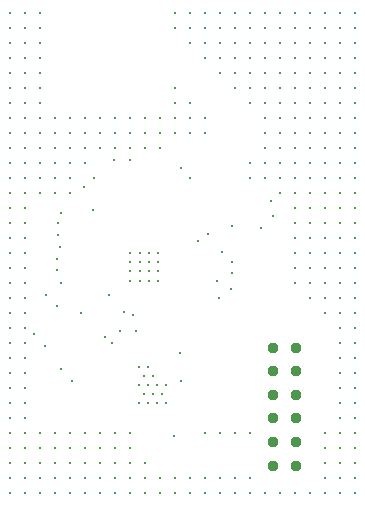
<source format=gbr>
%TF.GenerationSoftware,Altium Limited,Altium Designer,24.10.1 (45)*%
G04 Layer_Color=0*
%FSLAX45Y45*%
%MOMM*%
%TF.SameCoordinates,BD69F3EC-0890-4BE1-91DE-E58431A91F3E*%
%TF.FilePolarity,Positive*%
%TF.FileFunction,Plated,1,4,PTH,Drill*%
%TF.Part,Single*%
G01*
G75*
%TA.AperFunction,ComponentDrill*%
%ADD66C,0.93980*%
%ADD67C,0.25400*%
%TA.AperFunction,ViaDrill,NotFilled*%
%ADD68C,0.25400*%
D66*
X1292200Y-1695400D02*
D03*
X1092200D02*
D03*
X1292200Y-1495400D02*
D03*
X1092200D02*
D03*
X1292200Y-1295400D02*
D03*
X1092200D02*
D03*
X1292200Y-1095400D02*
D03*
X1092200D02*
D03*
X1292200Y-895400D02*
D03*
X1092200D02*
D03*
X1292200Y-695400D02*
D03*
X1092200D02*
D03*
D67*
X-111910Y108166D02*
D03*
X-33170D02*
D03*
X45570D02*
D03*
X124310D02*
D03*
X-111910Y29426D02*
D03*
X-33170D02*
D03*
X45570D02*
D03*
X124310D02*
D03*
X-111910Y-49314D02*
D03*
X-33170D02*
D03*
X45570D02*
D03*
X124310D02*
D03*
X-111910Y-128054D02*
D03*
X-33170D02*
D03*
X45570D02*
D03*
X124310D02*
D03*
D68*
X1790700Y2133600D02*
D03*
Y2006600D02*
D03*
Y1879600D02*
D03*
Y1752600D02*
D03*
Y1625600D02*
D03*
Y1498600D02*
D03*
Y1371600D02*
D03*
Y1244600D02*
D03*
Y1117600D02*
D03*
Y990600D02*
D03*
Y863600D02*
D03*
Y736600D02*
D03*
Y609600D02*
D03*
Y482600D02*
D03*
Y355600D02*
D03*
Y228600D02*
D03*
Y101600D02*
D03*
Y-25400D02*
D03*
Y-152400D02*
D03*
Y-279400D02*
D03*
Y-406400D02*
D03*
Y-533400D02*
D03*
Y-660400D02*
D03*
Y-787400D02*
D03*
Y-914400D02*
D03*
Y-1041400D02*
D03*
Y-1168400D02*
D03*
Y-1295400D02*
D03*
Y-1422400D02*
D03*
Y-1549400D02*
D03*
Y-1676400D02*
D03*
Y-1803400D02*
D03*
Y-1930400D02*
D03*
X1663700Y2133600D02*
D03*
Y2006600D02*
D03*
Y1879600D02*
D03*
Y1752600D02*
D03*
Y1625600D02*
D03*
Y1498600D02*
D03*
Y1371600D02*
D03*
Y1244600D02*
D03*
Y1117600D02*
D03*
Y990600D02*
D03*
Y863600D02*
D03*
Y736600D02*
D03*
Y609600D02*
D03*
Y482600D02*
D03*
Y355600D02*
D03*
Y228600D02*
D03*
Y101600D02*
D03*
Y-25400D02*
D03*
Y-152400D02*
D03*
Y-279400D02*
D03*
Y-406400D02*
D03*
Y-533400D02*
D03*
Y-660400D02*
D03*
Y-787400D02*
D03*
Y-914400D02*
D03*
Y-1041400D02*
D03*
Y-1168400D02*
D03*
Y-1295400D02*
D03*
Y-1422400D02*
D03*
Y-1549400D02*
D03*
Y-1676400D02*
D03*
Y-1803400D02*
D03*
Y-1930400D02*
D03*
X1536700Y2133600D02*
D03*
Y2006600D02*
D03*
Y1879600D02*
D03*
Y1752600D02*
D03*
Y1625600D02*
D03*
Y1498600D02*
D03*
Y1371600D02*
D03*
Y1244600D02*
D03*
Y1117600D02*
D03*
Y990600D02*
D03*
Y863600D02*
D03*
Y736600D02*
D03*
Y609600D02*
D03*
Y482600D02*
D03*
Y355600D02*
D03*
Y228600D02*
D03*
Y101600D02*
D03*
Y-25400D02*
D03*
Y-152400D02*
D03*
Y-279400D02*
D03*
Y-406400D02*
D03*
Y-1422400D02*
D03*
Y-1549400D02*
D03*
Y-1676400D02*
D03*
Y-1803400D02*
D03*
Y-1930400D02*
D03*
X1409700Y2133600D02*
D03*
Y2006600D02*
D03*
Y1879600D02*
D03*
Y1752600D02*
D03*
Y1625600D02*
D03*
Y1498600D02*
D03*
Y1371600D02*
D03*
Y1244600D02*
D03*
Y1117600D02*
D03*
Y990600D02*
D03*
Y863600D02*
D03*
Y736600D02*
D03*
Y609600D02*
D03*
Y482600D02*
D03*
Y355600D02*
D03*
Y228600D02*
D03*
Y101600D02*
D03*
Y-25400D02*
D03*
Y-152400D02*
D03*
Y-279400D02*
D03*
Y-1930400D02*
D03*
X1282700Y2133600D02*
D03*
Y2006600D02*
D03*
Y1879600D02*
D03*
Y1752600D02*
D03*
Y1625600D02*
D03*
Y1498600D02*
D03*
Y1371600D02*
D03*
Y1244600D02*
D03*
Y1117600D02*
D03*
Y990600D02*
D03*
Y863600D02*
D03*
Y736600D02*
D03*
Y609600D02*
D03*
Y482600D02*
D03*
Y355600D02*
D03*
Y228600D02*
D03*
Y101600D02*
D03*
Y-25400D02*
D03*
Y-152400D02*
D03*
Y-1930400D02*
D03*
X1155700Y2133600D02*
D03*
Y2006600D02*
D03*
Y1879600D02*
D03*
Y1752600D02*
D03*
Y1625600D02*
D03*
Y1498600D02*
D03*
Y1371600D02*
D03*
Y1244600D02*
D03*
Y1117600D02*
D03*
Y990600D02*
D03*
Y863600D02*
D03*
Y736600D02*
D03*
Y609600D02*
D03*
Y-1930400D02*
D03*
X1028700Y2133600D02*
D03*
Y2006600D02*
D03*
Y1879600D02*
D03*
Y1752600D02*
D03*
Y1625600D02*
D03*
Y1498600D02*
D03*
Y1371600D02*
D03*
Y1244600D02*
D03*
Y990600D02*
D03*
Y863600D02*
D03*
Y736600D02*
D03*
Y-1930400D02*
D03*
X901700Y2133600D02*
D03*
Y2006600D02*
D03*
Y1879600D02*
D03*
Y1752600D02*
D03*
Y1625600D02*
D03*
Y1498600D02*
D03*
Y1371600D02*
D03*
Y863600D02*
D03*
Y736600D02*
D03*
Y-1422400D02*
D03*
Y-1803400D02*
D03*
Y-1930400D02*
D03*
X774700Y2133600D02*
D03*
Y2006600D02*
D03*
Y1879600D02*
D03*
Y1752600D02*
D03*
Y1625600D02*
D03*
Y1498600D02*
D03*
Y-1422400D02*
D03*
Y-1803400D02*
D03*
Y-1930400D02*
D03*
X647700Y2133600D02*
D03*
Y2006600D02*
D03*
Y1879600D02*
D03*
Y1752600D02*
D03*
Y1625600D02*
D03*
Y-1422400D02*
D03*
Y-1803400D02*
D03*
Y-1930400D02*
D03*
X520700Y2133600D02*
D03*
Y2006600D02*
D03*
Y1879600D02*
D03*
Y1752600D02*
D03*
Y1244600D02*
D03*
Y1117600D02*
D03*
Y-1422400D02*
D03*
Y-1803400D02*
D03*
Y-1930400D02*
D03*
X393700Y2133600D02*
D03*
Y2006600D02*
D03*
Y1879600D02*
D03*
Y1371600D02*
D03*
Y1244600D02*
D03*
Y1117600D02*
D03*
Y736600D02*
D03*
Y-1803400D02*
D03*
Y-1930400D02*
D03*
X266700Y2133600D02*
D03*
Y2006600D02*
D03*
Y1498600D02*
D03*
Y1371600D02*
D03*
Y1244600D02*
D03*
Y1117600D02*
D03*
Y-1803400D02*
D03*
Y-1930400D02*
D03*
X139700Y1244600D02*
D03*
Y1117600D02*
D03*
Y990600D02*
D03*
Y-1803400D02*
D03*
Y-1930400D02*
D03*
X12700Y1244600D02*
D03*
Y1117600D02*
D03*
Y990600D02*
D03*
Y-1676400D02*
D03*
Y-1803400D02*
D03*
Y-1930400D02*
D03*
X-114300Y1244600D02*
D03*
Y1117600D02*
D03*
Y990600D02*
D03*
Y-1422400D02*
D03*
Y-1549400D02*
D03*
Y-1676400D02*
D03*
Y-1803400D02*
D03*
Y-1930400D02*
D03*
X-241300Y1244600D02*
D03*
Y1117600D02*
D03*
Y990600D02*
D03*
Y-1422400D02*
D03*
Y-1549400D02*
D03*
Y-1676400D02*
D03*
Y-1803400D02*
D03*
Y-1930400D02*
D03*
X-368300Y1244600D02*
D03*
Y1117600D02*
D03*
Y990600D02*
D03*
Y-1422400D02*
D03*
Y-1549400D02*
D03*
Y-1676400D02*
D03*
Y-1803400D02*
D03*
Y-1930400D02*
D03*
X-495300Y1244600D02*
D03*
Y1117600D02*
D03*
Y990600D02*
D03*
Y863600D02*
D03*
Y-1422400D02*
D03*
Y-1549400D02*
D03*
Y-1676400D02*
D03*
Y-1803400D02*
D03*
Y-1930400D02*
D03*
X-622300Y1244600D02*
D03*
Y1117600D02*
D03*
Y990600D02*
D03*
Y863600D02*
D03*
Y736600D02*
D03*
Y609600D02*
D03*
Y-1422400D02*
D03*
Y-1549400D02*
D03*
Y-1676400D02*
D03*
Y-1803400D02*
D03*
Y-1930400D02*
D03*
X-749300Y1244600D02*
D03*
Y1117600D02*
D03*
Y990600D02*
D03*
Y863600D02*
D03*
Y736600D02*
D03*
Y609600D02*
D03*
Y-1422400D02*
D03*
Y-1549400D02*
D03*
Y-1676400D02*
D03*
Y-1803400D02*
D03*
Y-1930400D02*
D03*
X-876300Y2133600D02*
D03*
Y2006600D02*
D03*
Y1879600D02*
D03*
Y1752600D02*
D03*
Y1625600D02*
D03*
Y1498600D02*
D03*
Y1371600D02*
D03*
Y1244600D02*
D03*
Y1117600D02*
D03*
Y990600D02*
D03*
Y863600D02*
D03*
Y736600D02*
D03*
Y609600D02*
D03*
Y-1422400D02*
D03*
Y-1549400D02*
D03*
Y-1676400D02*
D03*
Y-1803400D02*
D03*
Y-1930400D02*
D03*
X-1003300Y2133600D02*
D03*
Y2006600D02*
D03*
Y1879600D02*
D03*
Y1752600D02*
D03*
Y1625600D02*
D03*
Y1498600D02*
D03*
Y1371600D02*
D03*
Y1244600D02*
D03*
Y1117600D02*
D03*
Y990600D02*
D03*
Y863600D02*
D03*
Y736600D02*
D03*
Y609600D02*
D03*
Y482600D02*
D03*
Y355600D02*
D03*
Y228600D02*
D03*
Y101600D02*
D03*
Y-25400D02*
D03*
Y-152400D02*
D03*
Y-279400D02*
D03*
Y-406400D02*
D03*
Y-533400D02*
D03*
Y-660400D02*
D03*
Y-787400D02*
D03*
Y-914400D02*
D03*
Y-1041400D02*
D03*
Y-1168400D02*
D03*
Y-1295400D02*
D03*
Y-1422400D02*
D03*
Y-1549400D02*
D03*
Y-1676400D02*
D03*
Y-1803400D02*
D03*
Y-1930400D02*
D03*
X-1130300Y2133600D02*
D03*
Y2006600D02*
D03*
Y1879600D02*
D03*
Y1752600D02*
D03*
Y1625600D02*
D03*
Y1498600D02*
D03*
Y1371600D02*
D03*
Y1244600D02*
D03*
Y1117600D02*
D03*
Y990600D02*
D03*
Y863600D02*
D03*
Y736600D02*
D03*
Y609600D02*
D03*
Y482600D02*
D03*
Y355600D02*
D03*
Y228600D02*
D03*
Y101600D02*
D03*
Y-25400D02*
D03*
Y-152400D02*
D03*
Y-279400D02*
D03*
Y-406400D02*
D03*
Y-533400D02*
D03*
Y-660400D02*
D03*
Y-787400D02*
D03*
Y-914400D02*
D03*
Y-1041400D02*
D03*
Y-1168400D02*
D03*
Y-1295400D02*
D03*
Y-1422400D02*
D03*
Y-1549400D02*
D03*
Y-1676400D02*
D03*
Y-1803400D02*
D03*
Y-1930400D02*
D03*
X314960Y822960D02*
D03*
X621084Y-129586D02*
D03*
X-292100Y-254000D02*
D03*
X-431800Y469900D02*
D03*
X-203200Y-558800D02*
D03*
X-87000Y-419100D02*
D03*
X304800Y-743900D02*
D03*
X636990Y-275722D02*
D03*
X-63500Y-558800D02*
D03*
X-165100Y-393700D02*
D03*
X38100Y-1168400D02*
D03*
X-38100D02*
D03*
X736600Y-203200D02*
D03*
X749300Y-63500D02*
D03*
X317500Y-977900D02*
D03*
X-266700Y-660400D02*
D03*
X-609600Y-977900D02*
D03*
X-698500Y-876300D02*
D03*
X-838200Y-685800D02*
D03*
X-927100Y-584200D02*
D03*
X1028700Y1117600D02*
D03*
X-508000Y660400D02*
D03*
X-419100Y736600D02*
D03*
X254000Y-1447800D02*
D03*
X-114300Y889000D02*
D03*
X-254000D02*
D03*
X-736600Y-342900D02*
D03*
X-825500Y-254000D02*
D03*
X-736600Y-38100D02*
D03*
Y50800D02*
D03*
X-723900Y254000D02*
D03*
Y355600D02*
D03*
X457200Y203200D02*
D03*
X1079500Y546100D02*
D03*
X1092200Y419100D02*
D03*
X990600Y317500D02*
D03*
X546100Y266700D02*
D03*
X749300Y25400D02*
D03*
Y330200D02*
D03*
X-711200Y152400D02*
D03*
X-533400Y-406400D02*
D03*
X660400Y114300D02*
D03*
X-703580Y-147320D02*
D03*
X190500Y-1016000D02*
D03*
Y-1168400D02*
D03*
X114300Y-1016000D02*
D03*
X152400Y-1092200D02*
D03*
X114300Y-1168400D02*
D03*
X38100Y-863600D02*
D03*
X76200Y-939800D02*
D03*
X38100Y-1016000D02*
D03*
X76200Y-1092200D02*
D03*
X-38100Y-863600D02*
D03*
X0Y-939800D02*
D03*
X-38100Y-1016000D02*
D03*
X0Y-1092200D02*
D03*
X-698500Y444500D02*
D03*
X-330200Y-609600D02*
D03*
%TF.MD5,1e48150d563ecdd3e2756bef4bde21f5*%
M02*

</source>
